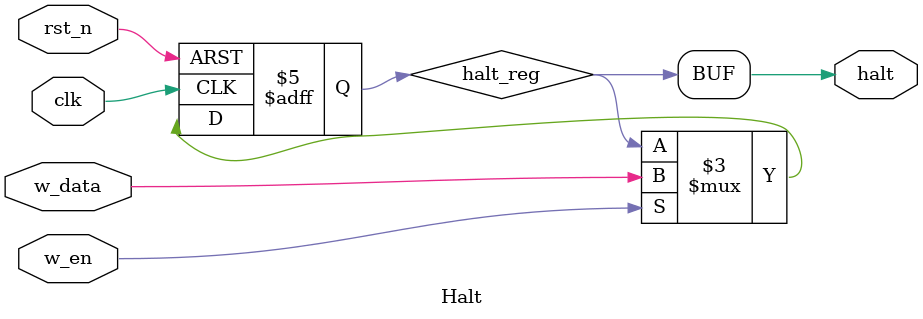
<source format=sv>
module Halt (
    input  logic clk,
    input  logic rst_n,
    input  logic w_en,
    input  logic w_data,
    output logic halt
);
    logic halt_reg;
    always_ff @(negedge rst_n or posedge clk) begin
        if (!rst_n) begin
            halt_reg <= 1'b0;
        end else begin
            if (w_en) begin
                halt_reg <= w_data;
            end
        end
    end
    assign halt = halt_reg;
endmodule : Halt

</source>
